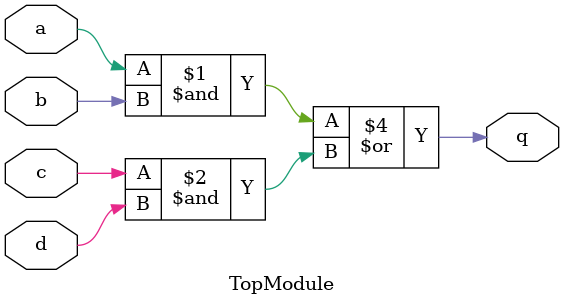
<source format=sv>

module TopModule (
  input a,
  input b,
  input c,
  input d,
  output q
);
assign q = (a & b) | ((c & d) == 1'b1);

endmodule

</source>
